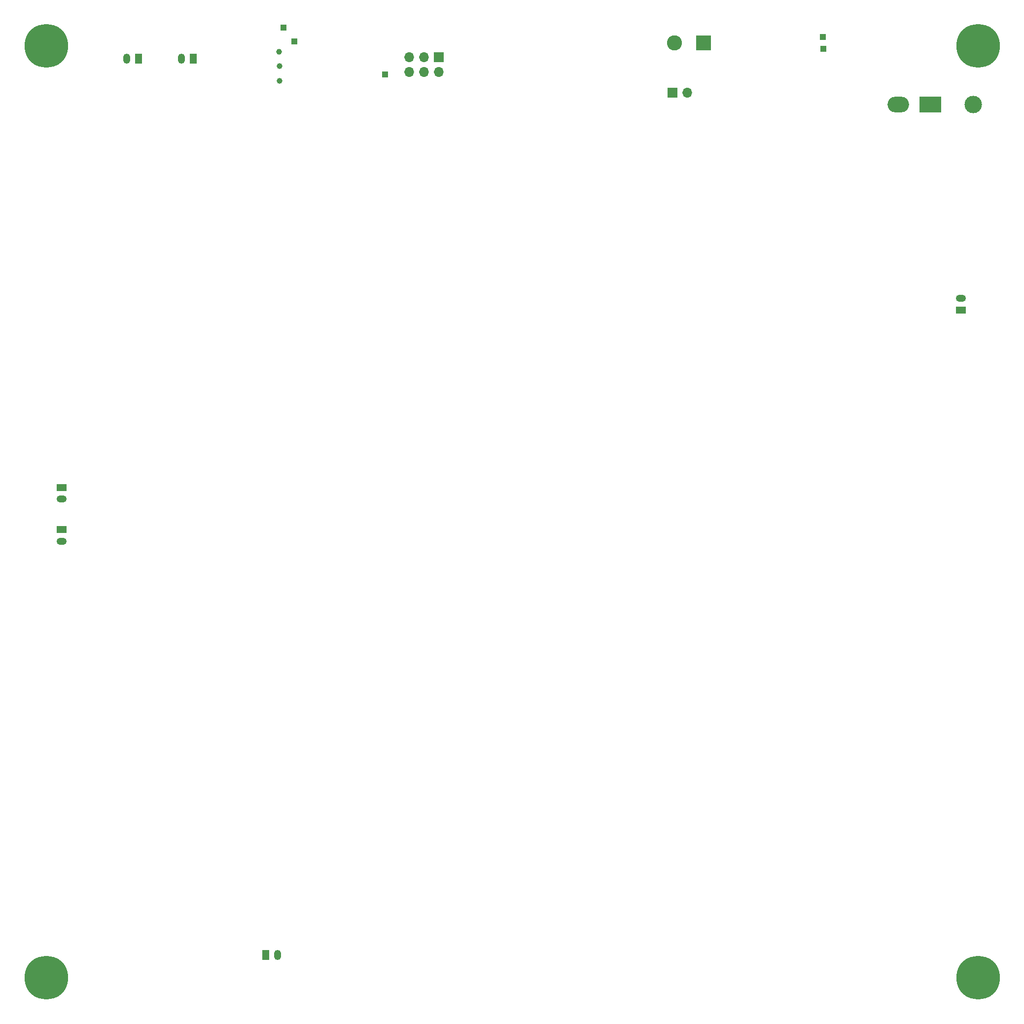
<source format=gbr>
G04 #@! TF.GenerationSoftware,KiCad,Pcbnew,(5.1.6)-1*
G04 #@! TF.CreationDate,2020-11-12T22:36:03-06:00*
G04 #@! TF.ProjectId,ddr-arrow-controller,6464722d-6172-4726-9f77-2d636f6e7472,rev?*
G04 #@! TF.SameCoordinates,Original*
G04 #@! TF.FileFunction,Soldermask,Bot*
G04 #@! TF.FilePolarity,Negative*
%FSLAX46Y46*%
G04 Gerber Fmt 4.6, Leading zero omitted, Abs format (unit mm)*
G04 Created by KiCad (PCBNEW (5.1.6)-1) date 2020-11-12 22:36:03*
%MOMM*%
%LPD*%
G01*
G04 APERTURE LIST*
%ADD10C,3.000000*%
%ADD11O,3.700000X2.700000*%
%ADD12R,3.700000X2.700000*%
%ADD13O,1.750000X1.200000*%
%ADD14R,1.750000X1.200000*%
%ADD15O,1.200000X1.750000*%
%ADD16R,1.200000X1.750000*%
%ADD17C,1.000000*%
%ADD18R,1.000000X1.000000*%
%ADD19C,2.600000*%
%ADD20R,2.600000X2.600000*%
%ADD21O,1.700000X1.700000*%
%ADD22R,1.700000X1.700000*%
%ADD23C,7.500000*%
G04 APERTURE END LIST*
D10*
X165161000Y-16002000D03*
D11*
X152361000Y-16002000D03*
D12*
X157861000Y-16002000D03*
D13*
X8636000Y-83788000D03*
D14*
X8636000Y-81788000D03*
D15*
X19844000Y-8128000D03*
D16*
X21844000Y-8128000D03*
D13*
X8636000Y-91027000D03*
D14*
X8636000Y-89027000D03*
D15*
X45688000Y-162125660D03*
D16*
X43688000Y-162125660D03*
D13*
X163068000Y-49308000D03*
D14*
X163068000Y-51308000D03*
D15*
X29242000Y-8128000D03*
D16*
X31242000Y-8128000D03*
D17*
X46101000Y-11938000D03*
D18*
X48641000Y-5207000D03*
X46736000Y-2794000D03*
D17*
X46101000Y-9398000D03*
X46024800Y-6959600D03*
D18*
X139395200Y-4419600D03*
X139446000Y-6451600D03*
X64218820Y-10911840D03*
D19*
X113872000Y-5461000D03*
D20*
X118872000Y-5461000D03*
D21*
X116078000Y-13970000D03*
D22*
X113538000Y-13970000D03*
D21*
X68326000Y-10414000D03*
X68326000Y-7874000D03*
X70866000Y-10414000D03*
X70866000Y-7874000D03*
X73406000Y-10414000D03*
D22*
X73406000Y-7874000D03*
D23*
X166000000Y-166000000D03*
X6000000Y-166000000D03*
X6000000Y-6000000D03*
X166000000Y-6000000D03*
M02*

</source>
